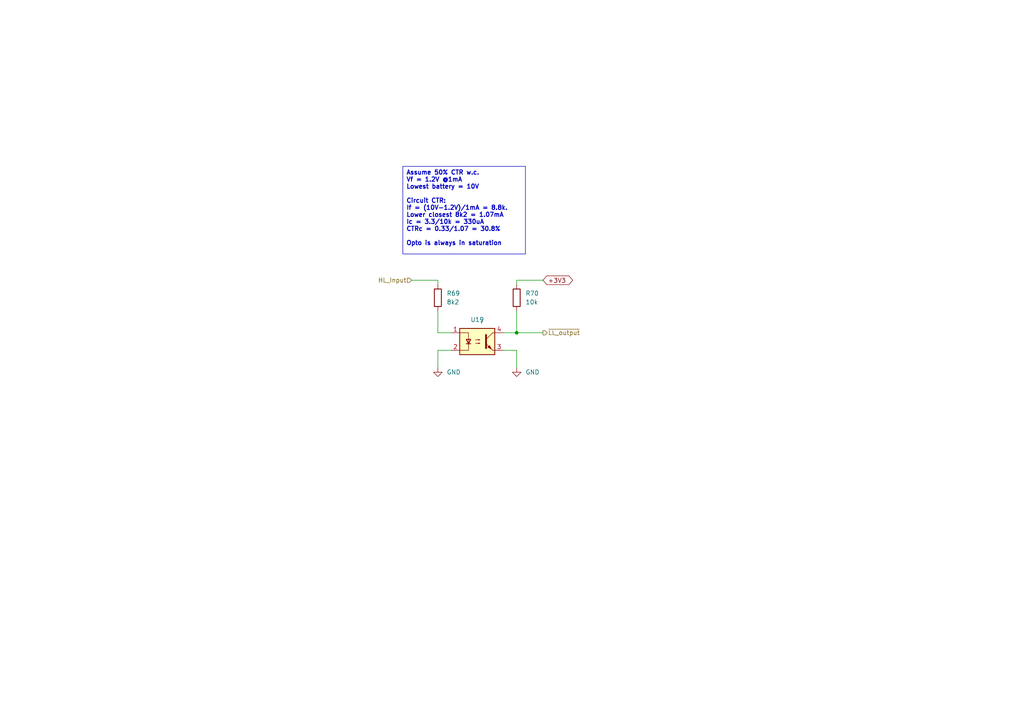
<source format=kicad_sch>
(kicad_sch (version 20250114) (generator "eeschema") (generator_version "9.0")
  (paper "A4")
  (title_block (title "Main architecture") (date "2025-08-10") (rev "1.4") (company "Alex Miller & Martin Roger") (comment 1 "https://github.com/martinroger/VXDash") (comment 2 "https://cadlab.io/projects/vxdash"))
  (lib_symbols
    (symbol "Isolator:SFH617A-2X009T"
      (property "Reference" "U" (at -3.81 5.08 0))
      (property "Value" "SFH617A-2X009T" (at 0 -5.08 0))
      (symbol "SFH617A-2X009T_1_1"
        (rectangle (start -5.08 3.81) (end 5.08 -3.81) (stroke (width 0.254)) (fill (type background)))
        (polyline (pts (xy -5.08 2.54) (xy -2.54 2.54) (xy -2.54 -0.762)))
        (polyline (pts (xy -3.175 -0.635) (xy -1.905 -0.635)) (stroke (width 0.254)))
        (polyline (pts (xy -2.54 -0.635) (xy -2.54 -2.54) (xy -5.08 -2.54)))
        (polyline (pts (xy -2.54 -0.635) (xy -3.175 0.635) (xy -1.905 0.635) (xy -2.54 -0.635)) (stroke (width 0.254)))
        (polyline (pts (xy -0.508 0.508) (xy 0.762 0.508) (xy 0.381 0.381) (xy 0.381 0.635) (xy 0.762 0.508)))
        (polyline (pts (xy -0.508 -0.508) (xy 0.762 -0.508) (xy 0.381 -0.635) (xy 0.381 -0.381) (xy 0.762 -0.508)))
        (polyline (pts (xy 2.54 1.905) (xy 2.54 -1.905) (xy 2.54 -1.905)) (stroke (width 0.508)))
        (polyline (pts (xy 2.54 0.635) (xy 4.445 2.54)))
        (polyline (pts (xy 3.048 -1.651) (xy 3.556 -1.143) (xy 4.064 -2.159) (xy 3.048 -1.651) (xy 3.048 -1.651)) (fill (type outline)))
        (polyline (pts (xy 4.445 2.54) (xy 5.08 2.54)))
        (polyline (pts (xy 4.445 -2.54) (xy 2.54 -0.635)) (fill (type outline)))
        (polyline (pts (xy 4.445 -2.54) (xy 5.08 -2.54)))
        (pin passive line (at -7.62 2.54 0) (length 2.54) (name "~") (number "1"))
        (pin passive line (at -7.62 -2.54 0) (length 2.54) (name "~") (number "2"))
        (pin passive line (at 7.62 2.54 180) (length 2.54) (name "~") (number "4"))
        (pin passive line (at 7.62 -2.54 180) (length 2.54) (name "~") (number "3"))
      )
    )
    (symbol "VXDash_passives:Res" (pin_numbers (hide yes)) (pin_names (offset 0))
      (property "Reference" "R" (at 1.27 1.27 0))
      (property "Value" "Res" (at 1.27 -1.27 0))
      (symbol "Res_0_1"
        (rectangle (start -1.016 -2.54) (end 1.016 2.54) (stroke (width 0.254)))
      )
      (symbol "Res_1_1"
        (pin passive line (at 0 3.81 270) (length 1.27) (name "~") (number "1"))
        (pin passive line (at 0 -3.81 90) (length 1.27) (name "~") (number "2"))
      )
    )
    (symbol "power:GND" (power) (pin_numbers (hide yes)) (pin_names (offset 0) (hide yes))
      (property "Value" "GND" (at 0 -3.81 0))
      (symbol "GND_0_1"
        (polyline (pts (xy 0 0) (xy 0 -1.27) (xy 1.27 -1.27) (xy 0 -2.54) (xy -1.27 -1.27) (xy 0 -1.27)))
      )
      (symbol "GND_1_1"
        (pin power_in line (at 0 0 270) (length 0) (name "~") (number "1"))
      )
    )
  )
  (text_box "Assume 50% CTR w.c.\nVf = 1.2V @1mA\nLowest battery = 10V\n\nCircuit CTR:\nIf = (10V-1.2V)/1mA = 8.8k. \nLower closest 8k2 = 1.07mA\nIc = 3.3/10k = 330uA\nCTRc = 0.33/1.07 = 30.8%\n\nOpto is always in saturation\n" (at 116.84 48.26 0) (size 35.56 25.4) (margins 0.9525 0.9525 0.9525 0.9525) (effects (font (size 1.27 1.27) (bold yes)) (justify left top)))
  (junction (at 149.86 96.52))
  (wire (pts (xy 149.86 106.68) (xy 149.86 101.6)))
  (wire (pts (xy 127 101.6) (xy 130.81 101.6)))
  (wire (pts (xy 157.48 96.52) (xy 149.86 96.52)))
  (wire (pts (xy 149.86 90.17) (xy 149.86 96.52)))
  (wire (pts (xy 119.38 81.28) (xy 127 81.28)))
  (wire (pts (xy 149.86 81.28) (xy 149.86 82.55)))
  (wire (pts (xy 127 96.52) (xy 130.81 96.52)))
  (wire (pts (xy 146.05 96.52) (xy 149.86 96.52)))
  (wire (pts (xy 127 81.28) (xy 127 82.55)))
  (wire (pts (xy 157.48 81.28) (xy 149.86 81.28)))
  (wire (pts (xy 127 96.52) (xy 127 90.17)))
  (wire (pts (xy 149.86 101.6) (xy 146.05 101.6)))
  (wire (pts (xy 127 106.68) (xy 127 101.6)))
  (global_label "+3V3" (shape bidirectional) (at 157.48 81.28 0) (property "Intersheetrefs" "${INTERSHEET_REFS}" (effects (hide yes))))
  (hierarchical_label "~{LL_output}" (shape output) (at 157.48 96.52 0))
  (hierarchical_label "HL_Input" (shape input) (at 119.38 81.28 180))
  (symbol (lib_id "Isolator:SFH617A-2X009T") (at 138.43 99.06 0) (unit 1)
    (property "Reference" "U16" (at 138.43 92.71 0))
    (property "Value" "~" (at 139.6999 93.98 90) (effects (justify left)))
    (property "Footprint" "Package_DIP:SMDIP-4_W7.62mm" (effects (hide yes)))
    (property "Datasheet" "https://www.diodes.com/assets/Datasheets/DPC817-Series.pdf" (effects (hide yes)))
    (property "Description" "Optocoupler 5kV" (effects (hide yes)))
    (instances (project "VXDash" (path "" (reference "U19") (unit 1)) (path "" (reference "U14") (unit 1)) (path "" (reference "U13") (unit 1)) (path "" (reference "U11") (unit 1)) (path "" (reference "U16") (unit 1)) (path "" (reference "U12") (unit 1)) (path "" (reference "U15") (unit 1))))
  )
  (symbol (lib_id "VXDash_passives:Res") (at 149.86 86.36 0) (unit 1)
    (property "Reference" "R68" (at 152.4 85.0899 0) (effects (justify left)))
    (property "Value" "10k" (at 152.4 87.6299 0) (effects (justify left)))
    (property "Footprint" "Resistor_SMD:R_0805_2012Metric_Pad1.20x1.40mm_HandSolder" (effects (hide yes)))
    (property "Tol" "1%" (effects (hide yes)))
    (property "Power" "100mW" (effects (hide yes)))
    (instances (project "VXDash" (path "" (reference "R70") (unit 1)) (path "" (reference "R34") (unit 1)) (path "" (reference "R32") (unit 1)) (path "" (reference "R28") (unit 1)) (path "" (reference "R68") (unit 1)) (path "" (reference "R30") (unit 1)) (path "" (reference "R36") (unit 1))))
  )
  (symbol (lib_id "power:GND") (at 149.86 106.68 0) (unit 1)
    (property "Reference" "#PWR037" (effects (hide yes)))
    (property "Value" "GND" (at 152.4 107.9499 0) (effects (justify left)))
    (property "Description" "Power symbol creates a global label with name \"GND\" , ground" (effects (hide yes)))
    (instances (project "VXDash" (path "" (reference "#PWR039") (unit 1)) (path "" (reference "#PWR030") (unit 1)) (path "" (reference "#PWR028") (unit 1)) (path "" (reference "#PWR024") (unit 1)) (path "" (reference "#PWR037") (unit 1)) (path "" (reference "#PWR026") (unit 1)) (path "" (reference "#PWR032") (unit 1))))
  )
  (symbol (lib_id "VXDash_passives:Res") (at 127 86.36 0) (unit 1)
    (property "Reference" "R41" (at 129.54 85.0899 0) (effects (justify left)))
    (property "Value" "8k2" (at 129.54 87.6299 0) (effects (justify left)))
    (property "Footprint" "Resistor_SMD:R_0805_2012Metric_Pad1.20x1.40mm_HandSolder" (effects (hide yes)))
    (property "Tol" "1%" (effects (hide yes)))
    (property "Power" "100mW" (effects (hide yes)))
    (instances (project "VXDash" (path "" (reference "R69") (unit 1)) (path "" (reference "R33") (unit 1)) (path "" (reference "R31") (unit 1)) (path "" (reference "R27") (unit 1)) (path "" (reference "R41") (unit 1)) (path "" (reference "R29") (unit 1)) (path "" (reference "R35") (unit 1))))
  )
  (symbol (lib_id "power:GND") (at 127 106.68 0) (unit 1)
    (property "Reference" "#PWR035" (effects (hide yes)))
    (property "Value" "GND" (at 129.54 107.9499 0) (effects (justify left)))
    (property "Description" "Power symbol creates a global label with name \"GND\" , ground" (effects (hide yes)))
    (instances (project "VXDash" (path "" (reference "#PWR038") (unit 1)) (path "" (reference "#PWR029") (unit 1)) (path "" (reference "#PWR027") (unit 1)) (path "" (reference "#PWR023") (unit 1)) (path "" (reference "#PWR035") (unit 1)) (path "" (reference "#PWR025") (unit 1)) (path "" (reference "#PWR031") (unit 1))))
  )
)
</source>
